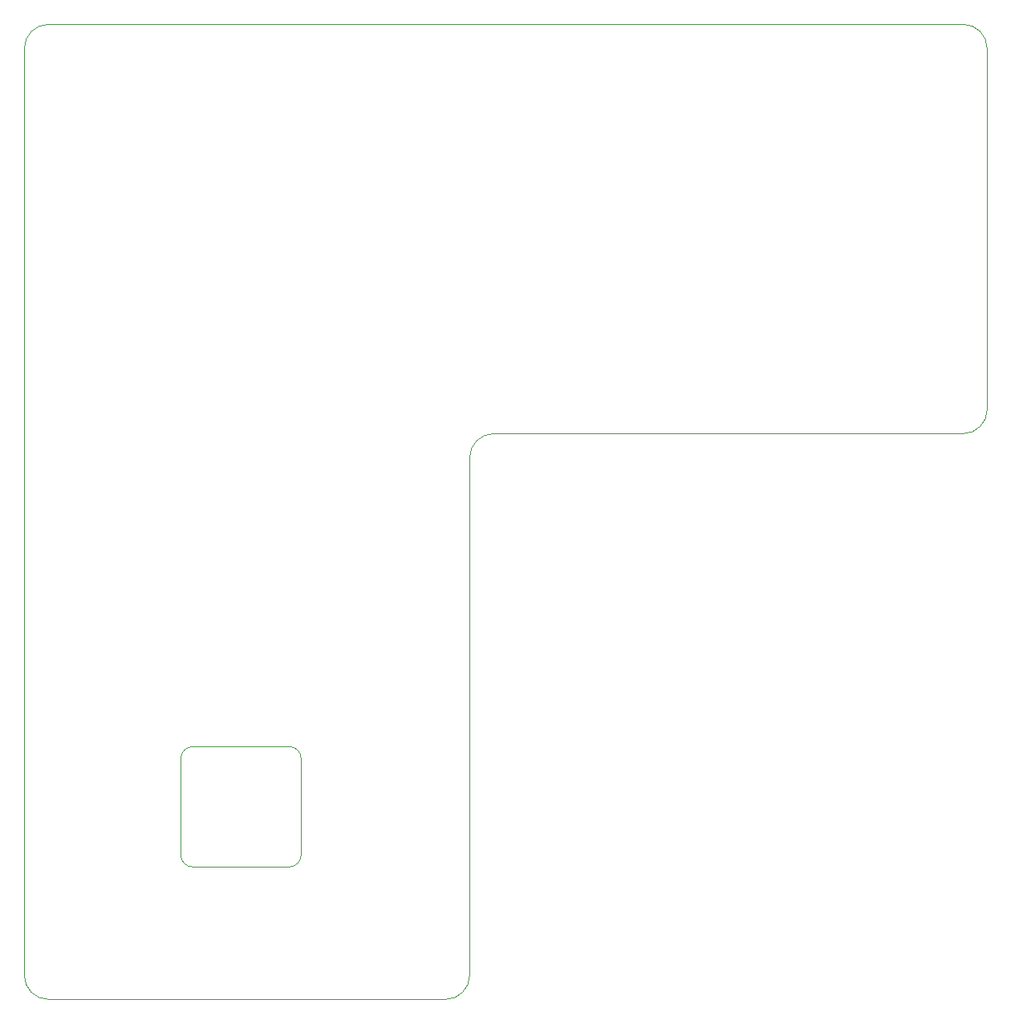
<source format=gm1>
G04 #@! TF.GenerationSoftware,KiCad,Pcbnew,(5.1.12)-1*
G04 #@! TF.CreationDate,2022-03-01T21:28:55+00:00*
G04 #@! TF.ProjectId,A600_68k_PLCC_to_DIP64 _v1,41363030-5f36-4386-9b5f-504c43435f74,B*
G04 #@! TF.SameCoordinates,Original*
G04 #@! TF.FileFunction,Profile,NP*
%FSLAX46Y46*%
G04 Gerber Fmt 4.6, Leading zero omitted, Abs format (unit mm)*
G04 Created by KiCad (PCBNEW (5.1.12)-1) date 2022-03-01 21:28:55*
%MOMM*%
%LPD*%
G01*
G04 APERTURE LIST*
G04 #@! TA.AperFunction,Profile*
%ADD10C,0.050000*%
G04 #@! TD*
G04 APERTURE END LIST*
D10*
X135890000Y-129540000D02*
G75*
G02*
X134620000Y-130810000I-1270000J0D01*
G01*
X124460000Y-130810000D02*
G75*
G02*
X123190000Y-129540000I0J1270000D01*
G01*
X123190000Y-119380000D02*
G75*
G02*
X124460000Y-118110000I1270000J0D01*
G01*
X134620000Y-118110000D02*
G75*
G02*
X135890000Y-119380000I0J-1270000D01*
G01*
X124460000Y-118110000D02*
X134620000Y-118110000D01*
X135890000Y-129540000D02*
X135890000Y-119380000D01*
X134620000Y-130810000D02*
X124460000Y-130810000D01*
X123190000Y-119380000D02*
X123190000Y-129540000D01*
X208280000Y-82550000D02*
G75*
G02*
X205740000Y-85090000I-2540000J0D01*
G01*
X153670000Y-87630000D02*
G75*
G02*
X156210000Y-85090000I2540000J0D01*
G01*
X205740000Y-85090000D02*
X156210000Y-85090000D01*
X208280000Y-44450000D02*
X208280000Y-82550000D01*
X205740000Y-41910000D02*
G75*
G02*
X208280000Y-44450000I0J-2540000D01*
G01*
X106680000Y-44450000D02*
G75*
G02*
X109220000Y-41910000I2540000J0D01*
G01*
X153670000Y-142240000D02*
G75*
G02*
X151130000Y-144780000I-2540000J0D01*
G01*
X109220000Y-144780000D02*
G75*
G02*
X106680000Y-142240000I0J2540000D01*
G01*
X205740000Y-41910000D02*
X109220000Y-41910000D01*
X106680000Y-44450000D02*
X106680000Y-142240000D01*
X153670000Y-87630000D02*
X153670000Y-142240000D01*
X151130000Y-144780000D02*
X109220000Y-144780000D01*
M02*

</source>
